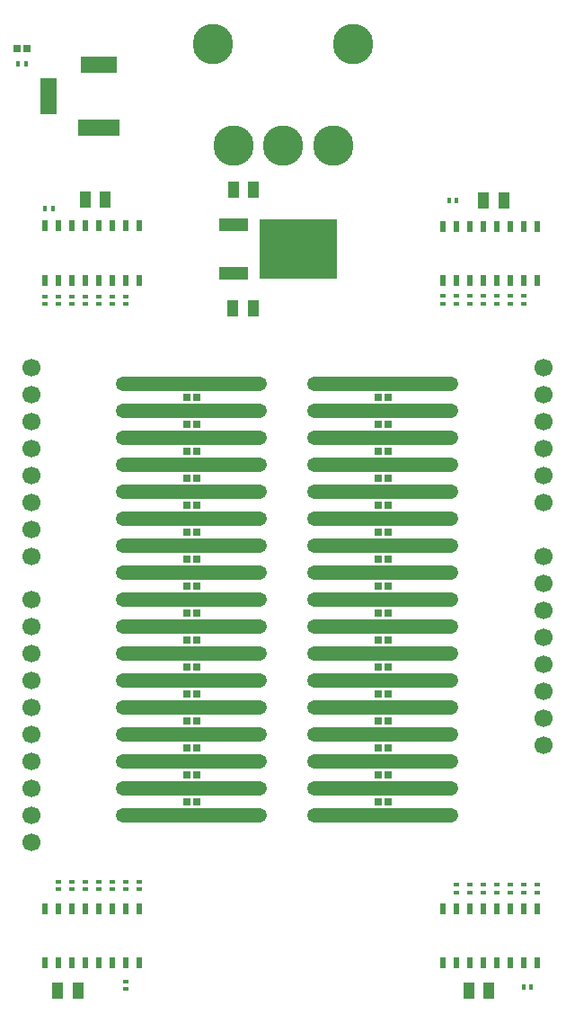
<source format=gts>
G04*
G04 #@! TF.GenerationSoftware,Altium Limited,Altium Designer,19.0.14 (431)*
G04*
G04 Layer_Color=8388736*
%FSLAX44Y44*%
%MOMM*%
G71*
G01*
G75*
%ADD21R,7.3000X5.7000*%
%ADD22R,2.8000X1.1500*%
%ADD23R,0.5500X1.1400*%
%ADD24R,0.6400X0.7400*%
%ADD25R,0.3400X0.5400*%
%ADD26R,0.5400X0.3400*%
%ADD27R,1.1000X1.5000*%
%ADD28C,3.8000*%
%ADD29R,3.9000X1.5000*%
%ADD30R,3.4000X1.5000*%
%ADD31R,1.5000X3.4000*%
%ADD32C,1.7000*%
G04:AMPARAMS|DCode=33|XSize=14.2mm|YSize=1.4mm|CornerRadius=0.7mm|HoleSize=0mm|Usage=FLASHONLY|Rotation=0.000|XOffset=0mm|YOffset=0mm|HoleType=Round|Shape=RoundedRectangle|*
%AMROUNDEDRECTD33*
21,1,14.2000,0.0000,0,0,0.0*
21,1,12.8000,1.4000,0,0,0.0*
1,1,1.4000,6.4000,0.0000*
1,1,1.4000,-6.4000,0.0000*
1,1,1.4000,-6.4000,0.0000*
1,1,1.4000,6.4000,0.0000*
%
%ADD33ROUNDEDRECTD33*%
D21*
X1000710Y1000760D02*
D03*
D22*
X940210Y977960D02*
D03*
Y1023560D02*
D03*
D23*
X762000Y971550D02*
D03*
X774700D02*
D03*
X787400D02*
D03*
X800100D02*
D03*
X812800D02*
D03*
X825500D02*
D03*
X838200D02*
D03*
X850900D02*
D03*
X762000Y1022550D02*
D03*
X774700D02*
D03*
X787400D02*
D03*
X800100D02*
D03*
X812800D02*
D03*
X825500D02*
D03*
X838200D02*
D03*
X850900D02*
D03*
X762000Y328476D02*
D03*
X774700D02*
D03*
X787400D02*
D03*
X800100D02*
D03*
X812800D02*
D03*
X825500D02*
D03*
X838200D02*
D03*
X850900D02*
D03*
X762000Y379476D02*
D03*
X774700D02*
D03*
X787400D02*
D03*
X800100D02*
D03*
X812800D02*
D03*
X825500D02*
D03*
X838200D02*
D03*
X850900D02*
D03*
X1137158Y971350D02*
D03*
X1149858D02*
D03*
X1162558D02*
D03*
X1175258D02*
D03*
X1187958D02*
D03*
X1200658D02*
D03*
X1213358D02*
D03*
X1226058D02*
D03*
X1137158Y1022350D02*
D03*
X1149858D02*
D03*
X1162558D02*
D03*
X1175258D02*
D03*
X1187958D02*
D03*
X1200658D02*
D03*
X1213358D02*
D03*
X1226058D02*
D03*
X1137158Y328476D02*
D03*
X1149858D02*
D03*
X1162558D02*
D03*
X1175258D02*
D03*
X1187958D02*
D03*
X1200658D02*
D03*
X1213358D02*
D03*
X1226058D02*
D03*
X1137158Y379476D02*
D03*
X1149858D02*
D03*
X1162558D02*
D03*
X1175258D02*
D03*
X1187958D02*
D03*
X1200658D02*
D03*
X1213358D02*
D03*
X1226058D02*
D03*
D24*
X1085596Y480060D02*
D03*
X1076096D02*
D03*
Y505460D02*
D03*
X1085596D02*
D03*
Y530860D02*
D03*
X1076096D02*
D03*
Y556260D02*
D03*
X1085596D02*
D03*
Y581660D02*
D03*
X1076096D02*
D03*
Y607060D02*
D03*
X1085596D02*
D03*
Y632460D02*
D03*
X1076096D02*
D03*
Y657860D02*
D03*
X1085596D02*
D03*
Y683260D02*
D03*
X1076096D02*
D03*
Y708660D02*
D03*
X1085596D02*
D03*
Y734060D02*
D03*
X1076096D02*
D03*
Y759460D02*
D03*
X1085596D02*
D03*
Y784860D02*
D03*
X1076096D02*
D03*
Y810260D02*
D03*
X1085596D02*
D03*
Y835660D02*
D03*
X1076096D02*
D03*
Y861060D02*
D03*
X1085596D02*
D03*
X895756Y480060D02*
D03*
X905256D02*
D03*
Y505460D02*
D03*
X895756D02*
D03*
Y530860D02*
D03*
X905256D02*
D03*
Y556260D02*
D03*
X895756D02*
D03*
Y581660D02*
D03*
X905256D02*
D03*
Y607060D02*
D03*
X895756D02*
D03*
Y632460D02*
D03*
X905256D02*
D03*
Y657860D02*
D03*
X895756D02*
D03*
Y683260D02*
D03*
X905256D02*
D03*
Y708660D02*
D03*
X895756D02*
D03*
Y734060D02*
D03*
X905256D02*
D03*
Y759460D02*
D03*
X895756D02*
D03*
Y784860D02*
D03*
X905256D02*
D03*
Y810260D02*
D03*
X895756D02*
D03*
X745160Y1189990D02*
D03*
X735660D02*
D03*
X895756Y861060D02*
D03*
X905256D02*
D03*
Y835660D02*
D03*
X895756D02*
D03*
D25*
X743910Y1175545D02*
D03*
X736910D02*
D03*
X762300Y1038860D02*
D03*
X769300D02*
D03*
X1142858Y1046480D02*
D03*
X1149858D02*
D03*
X1220160Y306070D02*
D03*
X1213160D02*
D03*
D26*
X838200Y956000D02*
D03*
Y949000D02*
D03*
X825500D02*
D03*
Y956000D02*
D03*
X812800D02*
D03*
Y949000D02*
D03*
X800100D02*
D03*
Y956000D02*
D03*
X787400D02*
D03*
Y949000D02*
D03*
X774700D02*
D03*
Y956000D02*
D03*
X762000D02*
D03*
Y949000D02*
D03*
X1213678Y956549D02*
D03*
Y949549D02*
D03*
X1200658D02*
D03*
Y956549D02*
D03*
X1187770D02*
D03*
Y949549D02*
D03*
X1175258D02*
D03*
Y956549D02*
D03*
X1162370D02*
D03*
Y949549D02*
D03*
X1149858D02*
D03*
Y956549D02*
D03*
X1136970D02*
D03*
Y949549D02*
D03*
X1226152Y394970D02*
D03*
Y401970D02*
D03*
X1213452D02*
D03*
Y394970D02*
D03*
X1200752D02*
D03*
Y401970D02*
D03*
X1188052D02*
D03*
Y394970D02*
D03*
X1175352D02*
D03*
Y401970D02*
D03*
X1162652D02*
D03*
Y394970D02*
D03*
X1149952D02*
D03*
Y401970D02*
D03*
X850900Y397820D02*
D03*
Y404820D02*
D03*
X838200Y405038D02*
D03*
Y398038D02*
D03*
X825500D02*
D03*
Y405038D02*
D03*
X812800D02*
D03*
Y398038D02*
D03*
X800100D02*
D03*
Y405038D02*
D03*
X787400Y405038D02*
D03*
Y398038D02*
D03*
X774700Y398038D02*
D03*
Y405038D02*
D03*
X838200Y303840D02*
D03*
Y310840D02*
D03*
D27*
X800100Y1047750D02*
D03*
X819100D02*
D03*
X958850Y1056640D02*
D03*
X939850D02*
D03*
X958190Y944880D02*
D03*
X939190D02*
D03*
X1175410Y1046378D02*
D03*
X1194410D02*
D03*
X1180440Y302260D02*
D03*
X1161440D02*
D03*
X793090D02*
D03*
X774090D02*
D03*
D28*
X939750Y1098500D02*
D03*
X1033750D02*
D03*
X920750Y1193800D02*
D03*
X1052750D02*
D03*
X986750Y1098500D02*
D03*
D29*
X812800Y1114750D02*
D03*
D30*
Y1174750D02*
D03*
D31*
X765800Y1144750D02*
D03*
D32*
X1231900Y762000D02*
D03*
Y787400D02*
D03*
Y812800D02*
D03*
Y838200D02*
D03*
Y863600D02*
D03*
Y889000D02*
D03*
X749300D02*
D03*
Y863600D02*
D03*
Y838200D02*
D03*
Y812800D02*
D03*
Y787400D02*
D03*
Y762000D02*
D03*
Y736600D02*
D03*
Y711200D02*
D03*
Y619760D02*
D03*
Y441960D02*
D03*
Y467360D02*
D03*
Y492760D02*
D03*
Y518160D02*
D03*
Y543560D02*
D03*
Y568960D02*
D03*
Y594360D02*
D03*
Y645160D02*
D03*
Y670560D02*
D03*
X1231900Y533400D02*
D03*
Y558800D02*
D03*
Y584200D02*
D03*
Y609600D02*
D03*
Y635000D02*
D03*
Y660400D02*
D03*
Y685800D02*
D03*
Y711200D02*
D03*
D33*
X1080770Y645160D02*
D03*
Y619760D02*
D03*
Y594360D02*
D03*
Y568960D02*
D03*
Y543560D02*
D03*
Y518160D02*
D03*
Y492760D02*
D03*
Y467360D02*
D03*
X900430D02*
D03*
Y492760D02*
D03*
Y518160D02*
D03*
Y543560D02*
D03*
Y568960D02*
D03*
Y594360D02*
D03*
Y619760D02*
D03*
Y645160D02*
D03*
Y848360D02*
D03*
Y873760D02*
D03*
Y822960D02*
D03*
Y797560D02*
D03*
Y772160D02*
D03*
Y746760D02*
D03*
Y721360D02*
D03*
Y695960D02*
D03*
Y670560D02*
D03*
X1080770D02*
D03*
Y695960D02*
D03*
Y721360D02*
D03*
Y746760D02*
D03*
Y772160D02*
D03*
Y797560D02*
D03*
Y822960D02*
D03*
Y873760D02*
D03*
Y848360D02*
D03*
M02*

</source>
